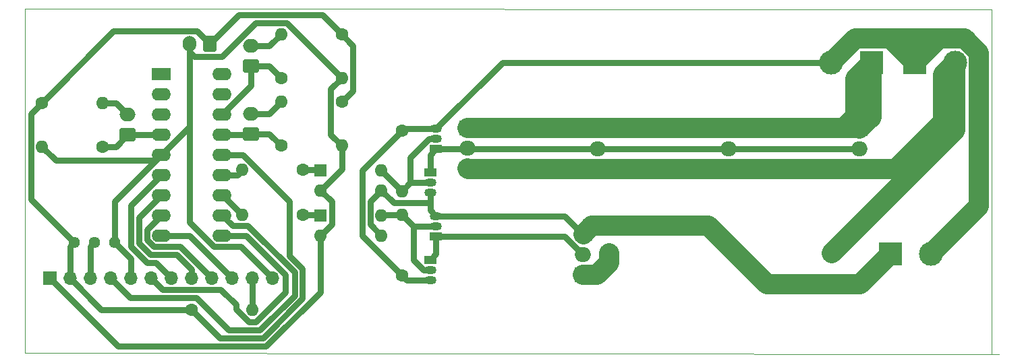
<source format=gbr>
%TF.GenerationSoftware,KiCad,Pcbnew,7.0.10-7.0.10~ubuntu22.04.1*%
%TF.CreationDate,2024-01-14T00:42:47+02:00*%
%TF.ProjectId,Power Control Circuit,506f7765-7220-4436-9f6e-74726f6c2043,rev?*%
%TF.SameCoordinates,Original*%
%TF.FileFunction,Copper,L1,Top*%
%TF.FilePolarity,Positive*%
%FSLAX46Y46*%
G04 Gerber Fmt 4.6, Leading zero omitted, Abs format (unit mm)*
G04 Created by KiCad (PCBNEW 7.0.10-7.0.10~ubuntu22.04.1) date 2024-01-14 00:42:47*
%MOMM*%
%LPD*%
G01*
G04 APERTURE LIST*
G04 Aperture macros list*
%AMRoundRect*
0 Rectangle with rounded corners*
0 $1 Rounding radius*
0 $2 $3 $4 $5 $6 $7 $8 $9 X,Y pos of 4 corners*
0 Add a 4 corners polygon primitive as box body*
4,1,4,$2,$3,$4,$5,$6,$7,$8,$9,$2,$3,0*
0 Add four circle primitives for the rounded corners*
1,1,$1+$1,$2,$3*
1,1,$1+$1,$4,$5*
1,1,$1+$1,$6,$7*
1,1,$1+$1,$8,$9*
0 Add four rect primitives between the rounded corners*
20,1,$1+$1,$2,$3,$4,$5,0*
20,1,$1+$1,$4,$5,$6,$7,0*
20,1,$1+$1,$6,$7,$8,$9,0*
20,1,$1+$1,$8,$9,$2,$3,0*%
G04 Aperture macros list end*
%TA.AperFunction,ComponentPad*%
%ADD10C,1.600000*%
%TD*%
%TA.AperFunction,ComponentPad*%
%ADD11O,1.600000X1.600000*%
%TD*%
%TA.AperFunction,ComponentPad*%
%ADD12R,1.500000X1.050000*%
%TD*%
%TA.AperFunction,ComponentPad*%
%ADD13O,1.500000X1.050000*%
%TD*%
%TA.AperFunction,ComponentPad*%
%ADD14R,2.000000X1.905000*%
%TD*%
%TA.AperFunction,ComponentPad*%
%ADD15O,2.000000X1.905000*%
%TD*%
%TA.AperFunction,ComponentPad*%
%ADD16RoundRect,0.250000X0.750000X-0.600000X0.750000X0.600000X-0.750000X0.600000X-0.750000X-0.600000X0*%
%TD*%
%TA.AperFunction,ComponentPad*%
%ADD17O,2.000000X1.700000*%
%TD*%
%TA.AperFunction,ComponentPad*%
%ADD18R,1.600000X1.600000*%
%TD*%
%TA.AperFunction,ComponentPad*%
%ADD19C,1.440000*%
%TD*%
%TA.AperFunction,ComponentPad*%
%ADD20C,2.400000*%
%TD*%
%TA.AperFunction,ComponentPad*%
%ADD21O,2.400000X2.400000*%
%TD*%
%TA.AperFunction,ComponentPad*%
%ADD22R,2.400000X1.600000*%
%TD*%
%TA.AperFunction,ComponentPad*%
%ADD23O,2.400000X1.600000*%
%TD*%
%TA.AperFunction,ComponentPad*%
%ADD24RoundRect,0.250000X0.600000X0.750000X-0.600000X0.750000X-0.600000X-0.750000X0.600000X-0.750000X0*%
%TD*%
%TA.AperFunction,ComponentPad*%
%ADD25O,1.700000X2.000000*%
%TD*%
%TA.AperFunction,ComponentPad*%
%ADD26R,3.000000X3.000000*%
%TD*%
%TA.AperFunction,ComponentPad*%
%ADD27C,3.000000*%
%TD*%
%TA.AperFunction,ComponentPad*%
%ADD28R,1.700000X1.700000*%
%TD*%
%TA.AperFunction,ComponentPad*%
%ADD29O,1.700000X1.700000*%
%TD*%
%TA.AperFunction,Conductor*%
%ADD30C,0.800000*%
%TD*%
%TA.AperFunction,Conductor*%
%ADD31C,2.500000*%
%TD*%
%TA.AperFunction,Profile*%
%ADD32C,0.100000*%
%TD*%
G04 APERTURE END LIST*
D10*
X74976000Y-117611200D03*
D11*
X67356000Y-117611200D03*
D12*
X86775200Y-132029200D03*
D13*
X86775200Y-130759200D03*
X86775200Y-129489200D03*
D10*
X82499200Y-129692400D03*
D11*
X82499200Y-137312400D03*
D14*
X139954000Y-129489200D03*
D15*
X139954000Y-132029200D03*
X139954000Y-134569200D03*
D16*
X48107600Y-130211200D03*
D17*
X48107600Y-127711200D03*
D18*
X72298400Y-134671400D03*
D11*
X72298400Y-137211400D03*
X79918400Y-137211400D03*
X79918400Y-134671400D03*
D16*
X63601600Y-130098800D03*
D17*
X63601600Y-127598800D03*
D10*
X67356000Y-131592000D03*
D11*
X74976000Y-131592000D03*
D10*
X44958000Y-131724400D03*
D11*
X37338000Y-131724400D03*
D18*
X72288400Y-140360400D03*
D11*
X72288400Y-142900400D03*
X79908400Y-142900400D03*
X79908400Y-140360400D03*
D19*
X41351200Y-143764000D03*
X43891200Y-143764000D03*
X46431200Y-143764000D03*
D20*
X108559600Y-145084800D03*
D21*
X136499600Y-145084800D03*
D10*
X37287200Y-126238000D03*
D11*
X44907200Y-126238000D03*
D14*
X123494800Y-129489200D03*
D15*
X123494800Y-132029200D03*
X123494800Y-134569200D03*
D10*
X67356000Y-123097600D03*
D11*
X74976000Y-123097600D03*
D12*
X86775200Y-143002000D03*
D13*
X86775200Y-141732000D03*
X86775200Y-140462000D03*
D12*
X86055200Y-145948400D03*
D13*
X86055200Y-147218400D03*
X86055200Y-148488400D03*
D14*
X90728800Y-129387600D03*
D15*
X90728800Y-131927600D03*
X90728800Y-134467600D03*
D22*
X52324000Y-122580400D03*
D23*
X52324000Y-125120400D03*
X52324000Y-127660400D03*
X52324000Y-130200400D03*
X52324000Y-132740400D03*
X52324000Y-135280400D03*
X52324000Y-137820400D03*
X52324000Y-140360400D03*
X52324000Y-142900400D03*
X59944000Y-142900400D03*
X59944000Y-140360400D03*
X59944000Y-137820400D03*
X59944000Y-135280400D03*
X59944000Y-132740400D03*
X59944000Y-130200400D03*
X59944000Y-127660400D03*
X59944000Y-125120400D03*
X59944000Y-122580400D03*
D14*
X105228600Y-147828000D03*
D15*
X105228600Y-145288000D03*
X105228600Y-142748000D03*
D24*
X58369200Y-118821200D03*
D25*
X55869200Y-118821200D03*
D10*
X74976000Y-126105600D03*
D11*
X67356000Y-126105600D03*
D10*
X70104000Y-134625600D03*
D11*
X62484000Y-134625600D03*
D26*
X146913600Y-121158000D03*
D27*
X151993600Y-121158000D03*
D16*
X63596800Y-121584400D03*
D17*
X63596800Y-119084400D03*
D26*
X143814800Y-145237200D03*
D27*
X148894800Y-145237200D03*
D10*
X56134000Y-152196800D03*
D11*
X63754000Y-152196800D03*
D12*
X86055200Y-134975600D03*
D13*
X86055200Y-136245600D03*
X86055200Y-137515600D03*
D14*
X107086400Y-129438400D03*
D15*
X107086400Y-131978400D03*
X107086400Y-134518400D03*
D10*
X82499200Y-147878800D03*
D11*
X82499200Y-140258800D03*
D10*
X70104000Y-140264400D03*
D11*
X62484000Y-140264400D03*
D26*
X141427200Y-121158000D03*
D27*
X136347200Y-121158000D03*
D28*
X38303200Y-148234400D03*
D29*
X40843200Y-148234400D03*
X43383200Y-148234400D03*
X45923200Y-148234400D03*
X48463200Y-148234400D03*
X51003200Y-148234400D03*
X53543200Y-148234400D03*
X56083200Y-148234400D03*
X58623200Y-148234400D03*
X61163200Y-148234400D03*
X63703200Y-148234400D03*
X66243200Y-148234400D03*
D30*
X52313200Y-130211200D02*
X52324000Y-130200400D01*
X48107600Y-130211200D02*
X52313200Y-130211200D01*
X46594400Y-131724400D02*
X48107600Y-130211200D01*
X44958000Y-131724400D02*
X46594400Y-131724400D01*
X44907200Y-126238000D02*
X46634400Y-126238000D01*
X46634400Y-126238000D02*
X48107600Y-127711200D01*
D31*
X154943600Y-119937883D02*
X153115717Y-118110000D01*
D30*
X86775200Y-129489200D02*
X82702400Y-129489200D01*
X77508400Y-134683200D02*
X82499200Y-129692400D01*
X86775200Y-129489200D02*
X95106400Y-121158000D01*
X86055200Y-148488400D02*
X83108800Y-148488400D01*
X83108800Y-148488400D02*
X82499200Y-147878800D01*
X95106400Y-121158000D02*
X136347200Y-121158000D01*
D31*
X149961600Y-118110000D02*
X146913600Y-118110000D01*
X149961600Y-118110000D02*
X153115717Y-118110000D01*
X154943600Y-139188400D02*
X154943600Y-119937883D01*
X148894800Y-145237200D02*
X154943600Y-139188400D01*
X146913600Y-121158000D02*
X143865600Y-118110000D01*
X146913600Y-121158000D02*
X146913600Y-118110000D01*
X139395200Y-118110000D02*
X136347200Y-121158000D01*
D30*
X77508400Y-142888000D02*
X77508400Y-134683200D01*
D31*
X146913600Y-118110000D02*
X139395200Y-118110000D01*
D30*
X82499200Y-147878800D02*
X77508400Y-142888000D01*
D31*
X146913600Y-121158000D02*
X149961600Y-118110000D01*
X143865600Y-118110000D02*
X139395200Y-118110000D01*
D30*
X82702400Y-129489200D02*
X82499200Y-129692400D01*
D31*
X139954000Y-134569200D02*
X90830400Y-134569200D01*
X136499600Y-145084800D02*
X151993600Y-129590800D01*
X139954000Y-134569200D02*
X147015200Y-134569200D01*
X144475200Y-134569200D02*
X150444200Y-128600200D01*
X90830400Y-134569200D02*
X90728800Y-134467600D01*
X151993600Y-127050800D02*
X151993600Y-121158000D01*
X147015200Y-134569200D02*
X151993600Y-129590800D01*
X150444200Y-122707400D02*
X150444200Y-128600200D01*
X151993600Y-129590800D02*
X151993600Y-127050800D01*
X151993600Y-121158000D02*
X150444200Y-122707400D01*
X139954000Y-134569200D02*
X144475200Y-134569200D01*
X150444200Y-128600200D02*
X151993600Y-127050800D01*
D30*
X46888400Y-156819600D02*
X38303200Y-148234400D01*
X46431200Y-143764000D02*
X46431200Y-138633200D01*
X64160400Y-116179600D02*
X68058000Y-116179600D01*
X48463200Y-145796000D02*
X46431200Y-143764000D01*
X72288400Y-142900400D02*
X72288400Y-149996028D01*
X52324000Y-132740400D02*
X51596399Y-133468001D01*
X74976000Y-123097600D02*
X73576000Y-124497600D01*
X55869200Y-118821200D02*
X55869200Y-129195200D01*
X55869200Y-118821200D02*
X55869200Y-119817458D01*
X72298400Y-137211400D02*
X74976000Y-134533800D01*
X55869200Y-119817458D02*
X56472942Y-120421200D01*
X73576000Y-124497600D02*
X73576000Y-130192000D01*
X73688400Y-141500400D02*
X72288400Y-142900400D01*
X56472942Y-120421200D02*
X59918800Y-120421200D01*
X62309200Y-144300400D02*
X58905600Y-144300400D01*
X48463200Y-148234400D02*
X48463200Y-145796000D01*
X73576000Y-130192000D02*
X74976000Y-131592000D01*
X51596399Y-133468001D02*
X39081601Y-133468001D01*
X55869200Y-141264000D02*
X55869200Y-129195200D01*
X58905600Y-144300400D02*
X55869200Y-141264000D01*
X74976000Y-134533800D02*
X74976000Y-131592000D01*
X72288400Y-149996028D02*
X65464828Y-156819600D01*
X66243200Y-148234400D02*
X62309200Y-144300400D01*
X59918800Y-120421200D02*
X64160400Y-116179600D01*
X72298400Y-137211400D02*
X73688400Y-138601400D01*
X39081601Y-133468001D02*
X37338000Y-131724400D01*
X65464828Y-156819600D02*
X46888400Y-156819600D01*
X55869200Y-129195200D02*
X52324000Y-132740400D01*
X73688400Y-138601400D02*
X73688400Y-141500400D01*
X68058000Y-116179600D02*
X74976000Y-123097600D01*
X46431200Y-138633200D02*
X51596399Y-133468001D01*
X59708800Y-155771600D02*
X56134000Y-152196800D01*
X68427600Y-138596414D02*
X68427600Y-145499386D01*
X62571586Y-132740400D02*
X68427600Y-138596414D01*
X46302753Y-117222447D02*
X56770447Y-117222447D01*
X76376000Y-124705600D02*
X74976000Y-126105600D01*
X72544400Y-115179600D02*
X74976000Y-117611200D01*
X56134000Y-152196800D02*
X44805600Y-152196800D01*
X70037201Y-150833013D02*
X65098614Y-155771600D01*
X37287200Y-126238000D02*
X35938000Y-127587200D01*
X74976000Y-117611200D02*
X76376000Y-119011200D01*
X58369200Y-118821200D02*
X62010800Y-115179600D01*
X62010800Y-115179600D02*
X72544400Y-115179600D01*
X70037200Y-147108986D02*
X70037201Y-150833013D01*
X68427600Y-145499386D02*
X70037200Y-147108986D01*
X40843200Y-148234400D02*
X40843200Y-144272000D01*
X35938000Y-138350800D02*
X41351200Y-143764000D01*
X44805600Y-152196800D02*
X40843200Y-148234400D01*
X37287200Y-126238000D02*
X46302753Y-117222447D01*
X40843200Y-144272000D02*
X41351200Y-143764000D01*
X59944000Y-132740400D02*
X62571586Y-132740400D01*
X56770447Y-117222447D02*
X58369200Y-118821200D01*
X35938000Y-127587200D02*
X35938000Y-138350800D01*
X76376000Y-119011200D02*
X76376000Y-124705600D01*
X65098614Y-155771600D02*
X59708800Y-155771600D01*
X43383200Y-148234400D02*
X43383200Y-144272000D01*
X43383200Y-144272000D02*
X43891200Y-143764000D01*
X63178400Y-141664400D02*
X61248000Y-141664400D01*
X69037200Y-147523200D02*
X63178400Y-141664400D01*
X45923200Y-148234400D02*
X48368545Y-150679745D01*
X61248000Y-141664400D02*
X59944000Y-140360400D01*
X56685856Y-150679744D02*
X60777712Y-154771600D01*
X69037200Y-150418800D02*
X69037200Y-147523200D01*
X64684400Y-154771600D02*
X69037200Y-150418800D01*
X48368545Y-150679745D02*
X56685856Y-150679744D01*
X60777712Y-154771600D02*
X64684400Y-154771600D01*
X64151986Y-153771600D02*
X67868800Y-150054786D01*
X67868800Y-147811038D02*
X62958162Y-142900400D01*
X61671200Y-152124126D02*
X63318674Y-153771600D01*
X67868800Y-150054786D02*
X67868800Y-147811038D01*
X59763744Y-149679744D02*
X61671200Y-151587200D01*
X52448544Y-149679744D02*
X59763744Y-149679744D01*
X63318674Y-153771600D02*
X64151986Y-153771600D01*
X62958162Y-142900400D02*
X59944000Y-142900400D01*
X61671200Y-151587200D02*
X61671200Y-152124126D01*
X51003200Y-148234400D02*
X52448544Y-149679744D01*
X48495199Y-139109201D02*
X52324000Y-135280400D01*
X51609201Y-146300401D02*
X50522788Y-146300402D01*
X53543200Y-148234400D02*
X51609201Y-146300401D01*
X48495199Y-144272813D02*
X48495199Y-139109201D01*
X50522788Y-146300402D02*
X48495199Y-144272813D01*
X49495199Y-143858599D02*
X50937001Y-145300401D01*
X56083200Y-147218400D02*
X56083200Y-148234400D01*
X54274986Y-145300400D02*
X56138093Y-147163507D01*
X52324000Y-137820400D02*
X49495200Y-140649200D01*
X49495200Y-140649200D02*
X49495199Y-143858599D01*
X50937001Y-145300401D02*
X54274986Y-145300400D01*
X56138093Y-147163507D02*
X56083200Y-147218400D01*
X51351214Y-144300400D02*
X50495200Y-143444386D01*
X50495200Y-142189200D02*
X52324000Y-140360400D01*
X50495200Y-143444386D02*
X50495200Y-142189200D01*
X54689200Y-144300400D02*
X51351214Y-144300400D01*
X58623200Y-148234400D02*
X54689200Y-144300400D01*
X55829200Y-142900400D02*
X52324000Y-142900400D01*
X61163200Y-148234400D02*
X55829200Y-142900400D01*
X63703200Y-152146000D02*
X63754000Y-152196800D01*
X63703200Y-148234400D02*
X63703200Y-152146000D01*
D31*
X137922000Y-129387600D02*
X139852400Y-129387600D01*
X139395200Y-123190000D02*
X139395200Y-127914400D01*
X141427200Y-128016000D02*
X139954000Y-129489200D01*
X141427200Y-121158000D02*
X139395200Y-123190000D01*
X141427200Y-121158000D02*
X141427200Y-128016000D01*
X139395200Y-127914400D02*
X137922000Y-129387600D01*
X139852400Y-129387600D02*
X139954000Y-129489200D01*
X90728800Y-129387600D02*
X137922000Y-129387600D01*
D30*
X63500000Y-130200400D02*
X63601600Y-130098800D01*
X65862800Y-130098800D02*
X67356000Y-131592000D01*
X63601600Y-130098800D02*
X65862800Y-130098800D01*
X59944000Y-130200400D02*
X63500000Y-130200400D01*
X63601600Y-127598800D02*
X65862800Y-127598800D01*
X65862800Y-127598800D02*
X67356000Y-126105600D01*
X60040000Y-137820400D02*
X62484000Y-140264400D01*
X59944000Y-137820400D02*
X60040000Y-137820400D01*
X59944000Y-135280400D02*
X61829200Y-135280400D01*
X61829200Y-135280400D02*
X62484000Y-134625600D01*
X63596800Y-124007600D02*
X63596800Y-121584400D01*
X59944000Y-127660400D02*
X63596800Y-124007600D01*
X65842800Y-121584400D02*
X67356000Y-123097600D01*
X63596800Y-121584400D02*
X65842800Y-121584400D01*
D31*
X106346200Y-141630400D02*
X105266748Y-142709852D01*
D30*
X81492600Y-138785600D02*
X79918400Y-137211400D01*
X86055200Y-138785600D02*
X86055200Y-139742000D01*
X79918400Y-137211400D02*
X78508400Y-138621400D01*
D31*
X143814800Y-145237200D02*
X140055600Y-148996400D01*
D30*
X86055200Y-139742000D02*
X86775200Y-140462000D01*
X86775200Y-140462000D02*
X102942600Y-140462000D01*
X78508400Y-138621400D02*
X78508400Y-141500400D01*
X102942600Y-140462000D02*
X105228600Y-142748000D01*
X86055200Y-138785600D02*
X81492600Y-138785600D01*
X78508400Y-141500400D02*
X79908400Y-142900400D01*
X86055200Y-137515600D02*
X86055200Y-138785600D01*
D31*
X120954800Y-141630400D02*
X106346200Y-141630400D01*
X140055600Y-148996400D02*
X128320800Y-148996400D01*
X128320800Y-148996400D02*
X120954800Y-141630400D01*
D30*
X86775200Y-143002000D02*
X102942600Y-143002000D01*
X86775200Y-143002000D02*
X86775200Y-145228400D01*
X86775200Y-145228400D02*
X86055200Y-145948400D01*
X102942600Y-143002000D02*
X105228600Y-145288000D01*
X83972400Y-145989128D02*
X83972400Y-141732000D01*
X85201672Y-147218400D02*
X83972400Y-145989128D01*
X86055200Y-147218400D02*
X85201672Y-147218400D01*
X82499200Y-140258800D02*
X80010000Y-140258800D01*
X80010000Y-140258800D02*
X79908400Y-140360400D01*
X83972400Y-141732000D02*
X86775200Y-141732000D01*
X82499200Y-140258800D02*
X83972400Y-141732000D01*
D31*
X108559600Y-145084800D02*
X108559600Y-146279681D01*
X108559600Y-146279681D02*
X107011281Y-147828000D01*
X107011281Y-147828000D02*
X105228600Y-147828000D01*
D30*
X86055200Y-134975600D02*
X86055200Y-132749200D01*
X139903200Y-131978400D02*
X139954000Y-132029200D01*
X107035600Y-131927600D02*
X107086400Y-131978400D01*
X86055200Y-132749200D02*
X86775200Y-132029200D01*
X86826000Y-131978400D02*
X86775200Y-132029200D01*
X86775200Y-132029200D02*
X139954000Y-132029200D01*
X79918400Y-134671400D02*
X79918400Y-134731600D01*
X85921672Y-130759200D02*
X83566000Y-133114872D01*
X83566000Y-133114872D02*
X83566000Y-136245600D01*
X86775200Y-130759200D02*
X85921672Y-130759200D01*
X79918400Y-134731600D02*
X82499200Y-137312400D01*
X83566000Y-136245600D02*
X86055200Y-136245600D01*
X82499200Y-137312400D02*
X83566000Y-136245600D01*
X70104000Y-140264400D02*
X72192400Y-140264400D01*
X72192400Y-140264400D02*
X72288400Y-140360400D01*
X70104000Y-134625600D02*
X72252600Y-134625600D01*
X72252600Y-134625600D02*
X72298400Y-134671400D01*
X63596800Y-119084400D02*
X65882800Y-119084400D01*
X65882800Y-119084400D02*
X67356000Y-117611200D01*
D32*
X35179000Y-157683200D02*
X157480000Y-157784800D01*
X35204400Y-114401600D02*
X156514800Y-114452400D01*
X35179000Y-157683200D02*
X35204400Y-114401600D01*
X156514800Y-114452400D02*
X156514800Y-157784800D01*
M02*

</source>
